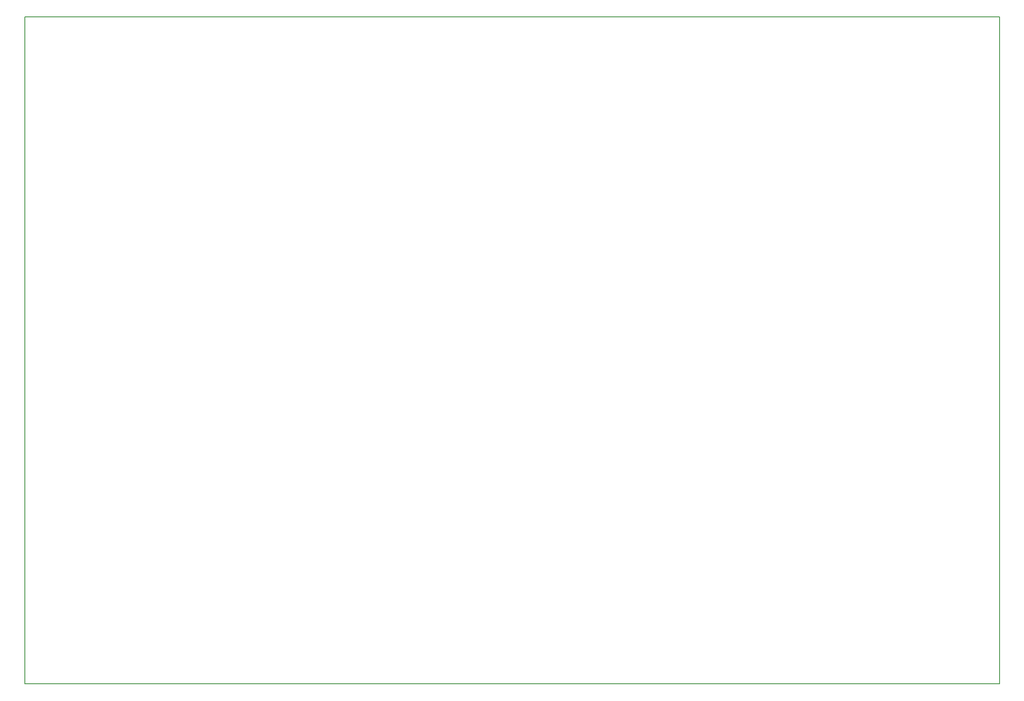
<source format=gbr>
%TF.GenerationSoftware,KiCad,Pcbnew,(5.99.0-10177-gd878cbddbc)*%
%TF.CreationDate,2021-05-11T02:45:32+02:00*%
%TF.ProjectId,TIDA-00555_E2,54494441-2d30-4303-9535-355f45322e6b,rev?*%
%TF.SameCoordinates,Original*%
%TF.FileFunction,Profile,NP*%
%FSLAX46Y46*%
G04 Gerber Fmt 4.6, Leading zero omitted, Abs format (unit mm)*
G04 Created by KiCad (PCBNEW (5.99.0-10177-gd878cbddbc)) date 2021-05-11 02:45:32*
%MOMM*%
%LPD*%
G01*
G04 APERTURE LIST*
%TA.AperFunction,Profile*%
%ADD10C,0.152400*%
%TD*%
G04 APERTURE END LIST*
D10*
X76000000Y-17000000D02*
X272000000Y-17000000D01*
X272000000Y-151110000D02*
X272000000Y-17000000D01*
X76000000Y-151110000D02*
X272000000Y-151110000D01*
X76000000Y-151110000D02*
X76000000Y-17000000D01*
M02*

</source>
